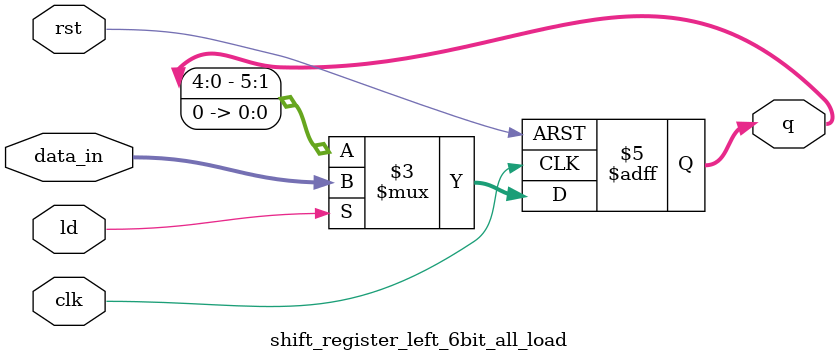
<source format=v>

module shift_register_left_6bit_all_load(
    input clk,
    input rst,
    input ld, 
    input [5:0] data_in,
    output reg [5:0] q
);
    always @(posedge clk or posedge rst) begin
        if (rst)
            q <= 6'b0;
        else if (ld)
            q <= data_in;
        else
            q <= {q[4:0], 1'b0};
    end
endmodule //end Guia_1402

</source>
